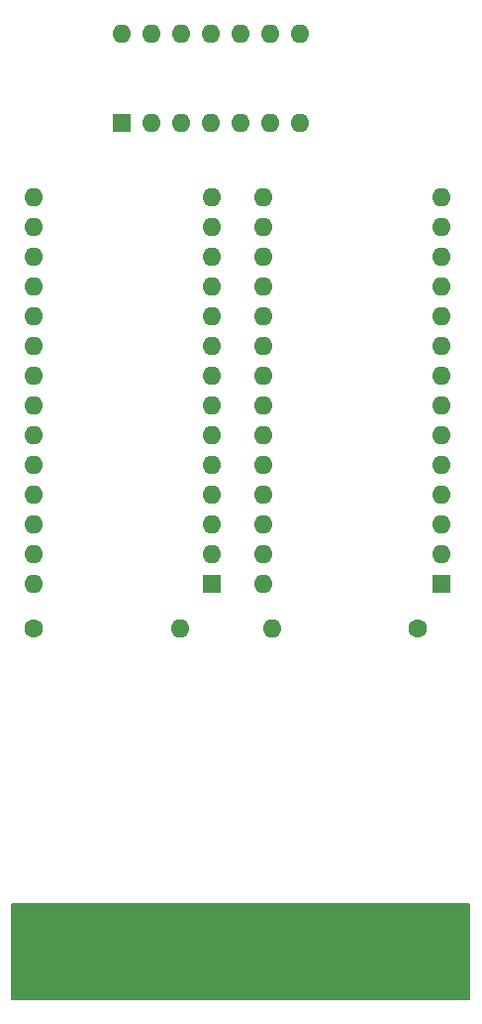
<source format=gbr>
%TF.GenerationSoftware,KiCad,Pcbnew,6.0.1-79c1e3a40b~116~ubuntu21.10.1*%
%TF.CreationDate,2022-02-04T17:00:21+01:00*%
%TF.ProjectId,QL_ROM_Cartridge_original,514c5f52-4f4d-45f4-9361-727472696467,rev?*%
%TF.SameCoordinates,Original*%
%TF.FileFunction,Soldermask,Bot*%
%TF.FilePolarity,Negative*%
%FSLAX46Y46*%
G04 Gerber Fmt 4.6, Leading zero omitted, Abs format (unit mm)*
G04 Created by KiCad (PCBNEW 6.0.1-79c1e3a40b~116~ubuntu21.10.1) date 2022-02-04 17:00:21*
%MOMM*%
%LPD*%
G01*
G04 APERTURE LIST*
%ADD10C,0.150000*%
%ADD11C,1.600000*%
%ADD12O,1.600000X1.600000*%
%ADD13R,1.600000X1.600000*%
G04 APERTURE END LIST*
D10*
%TO.C,J1*%
X100838000Y-133985000D02*
X100838000Y-142113000D01*
X100838000Y-142113000D02*
X61722000Y-142113000D01*
X61722000Y-142113000D02*
X61722000Y-133985000D01*
X61722000Y-133985000D02*
X100838000Y-133985000D01*
G36*
X100838000Y-142113000D02*
G01*
X61722000Y-142113000D01*
X61722000Y-133985000D01*
X100838000Y-133985000D01*
X100838000Y-142113000D01*
G37*
X100838000Y-142113000D02*
X61722000Y-142113000D01*
X61722000Y-133985000D01*
X100838000Y-133985000D01*
X100838000Y-142113000D01*
%TD*%
D11*
%TO.C,C1*%
X63580000Y-110490000D03*
D12*
X76080000Y-110490000D03*
%TD*%
D13*
%TO.C,IC3*%
X71120000Y-67310000D03*
D12*
X73660000Y-67310000D03*
X76200000Y-67310000D03*
X78740000Y-67310000D03*
X81280000Y-67310000D03*
X83820000Y-67310000D03*
X86360000Y-67310000D03*
X86360000Y-59690000D03*
X83820000Y-59690000D03*
X81280000Y-59690000D03*
X78740000Y-59690000D03*
X76200000Y-59690000D03*
X73660000Y-59690000D03*
X71120000Y-59690000D03*
%TD*%
D13*
%TO.C,IC1*%
X78745000Y-106670000D03*
D12*
X78745000Y-104130000D03*
X78745000Y-101590000D03*
X78745000Y-99050000D03*
X78745000Y-96510000D03*
X78745000Y-93970000D03*
X78745000Y-91430000D03*
X78745000Y-88890000D03*
X78745000Y-86350000D03*
X78745000Y-83810000D03*
X78745000Y-81270000D03*
X78745000Y-78730000D03*
X78745000Y-76190000D03*
X78745000Y-73650000D03*
X63505000Y-73650000D03*
X63505000Y-76190000D03*
X63505000Y-78730000D03*
X63505000Y-81270000D03*
X63505000Y-83810000D03*
X63505000Y-86350000D03*
X63505000Y-88890000D03*
X63505000Y-91430000D03*
X63505000Y-93970000D03*
X63505000Y-96510000D03*
X63505000Y-99050000D03*
X63505000Y-101590000D03*
X63505000Y-104130000D03*
X63505000Y-106670000D03*
%TD*%
D11*
%TO.C,C2*%
X96420000Y-110490000D03*
D12*
X83920000Y-110490000D03*
%TD*%
D13*
%TO.C,IC2*%
X98425000Y-106680000D03*
D12*
X98425000Y-104140000D03*
X98425000Y-101600000D03*
X98425000Y-99060000D03*
X98425000Y-96520000D03*
X98425000Y-93980000D03*
X98425000Y-91440000D03*
X98425000Y-88900000D03*
X98425000Y-86360000D03*
X98425000Y-83820000D03*
X98425000Y-81280000D03*
X98425000Y-78740000D03*
X98425000Y-76200000D03*
X98425000Y-73660000D03*
X83185000Y-73660000D03*
X83185000Y-76200000D03*
X83185000Y-78740000D03*
X83185000Y-81280000D03*
X83185000Y-83820000D03*
X83185000Y-86360000D03*
X83185000Y-88900000D03*
X83185000Y-91440000D03*
X83185000Y-93980000D03*
X83185000Y-96520000D03*
X83185000Y-99060000D03*
X83185000Y-101600000D03*
X83185000Y-104140000D03*
X83185000Y-106680000D03*
%TD*%
M02*

</source>
